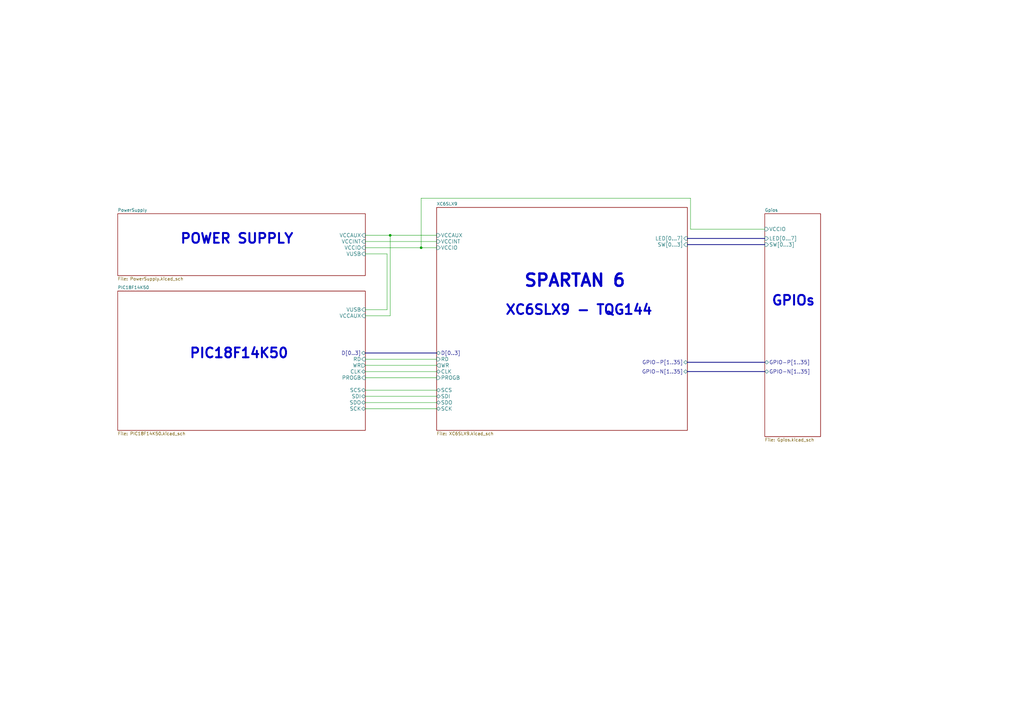
<source format=kicad_sch>
(kicad_sch (version 20211123) (generator eeschema)
  (paper "A3")
  (title_block (title "MIMAS SPARTAN 6 FPGA MODULE") (date "3 dec 2013") (company "Numato Lab") (comment 1 "http://www.numato.com") (comment 2 "License : CC BY-SA"))
  (lib_symbols)
  (junction (at 172.72 101.6))
  (junction (at 160.02 96.52))
  (wire (pts (xy 283.21 81.28) (xy 172.72 81.28)))
  (wire (pts (xy 149.86 162.56) (xy 179.07 162.56)))
  (bus (pts (xy 149.86 144.78) (xy 179.07 144.78)))
  (wire (pts (xy 172.72 101.6) (xy 149.86 101.6)))
  (wire (pts (xy 149.86 129.54) (xy 160.02 129.54)))
  (wire (pts (xy 149.86 96.52) (xy 160.02 96.52)))
  (wire (pts (xy 149.86 160.02) (xy 179.07 160.02)))
  (bus (pts (xy 313.69 148.59) (xy 281.94 148.59)))
  (wire (pts (xy 149.86 127) (xy 158.75 127)))
  (wire (pts (xy 160.02 96.52) (xy 179.07 96.52)))
  (bus (pts (xy 281.94 152.4) (xy 313.69 152.4)))
  (wire (pts (xy 172.72 81.28) (xy 172.72 101.6)))
  (wire (pts (xy 283.21 93.98) (xy 283.21 81.28)))
  (bus (pts (xy 281.94 97.79) (xy 313.69 97.79)))
  (wire (pts (xy 158.75 104.14) (xy 149.86 104.14)))
  (wire (pts (xy 149.86 149.86) (xy 179.07 149.86)))
  (wire (pts (xy 160.02 129.54) (xy 160.02 96.52)))
  (wire (pts (xy 149.86 165.1) (xy 179.07 165.1)))
  (wire (pts (xy 313.69 93.98) (xy 283.21 93.98)))
  (wire (pts (xy 158.75 127) (xy 158.75 104.14)))
  (bus (pts (xy 313.69 100.33) (xy 281.94 100.33)))
  (wire (pts (xy 149.86 147.32) (xy 179.07 147.32)))
  (wire (pts (xy 149.86 154.94) (xy 179.07 154.94)))
  (wire (pts (xy 149.86 167.64) (xy 179.07 167.64)))
  (wire (pts (xy 179.07 101.6) (xy 172.72 101.6)))
  (wire (pts (xy 149.86 152.4) (xy 179.07 152.4)))
  (wire (pts (xy 149.86 99.06) (xy 179.07 99.06)))
  (text "POWER SUPPLY" (at 73.66 100.33 0) (effects (font (size 3.9878 3.9878) (thickness 0.7976) bold) (justify left bottom)))
  (text "XC6SLX9 - TQG144" (at 207.01 129.54 0) (effects (font (size 3.9878 3.9878) (thickness 0.7976) bold) (justify left bottom)))
  (text "PIC18F14K50" (at 77.47 147.32 0) (effects (font (size 3.9878 3.9878) (thickness 0.7976) bold) (justify left bottom)))
  (text "GPIOs" (at 316.23 125.73 0) (effects (font (size 3.9878 3.9878) (thickness 0.7976) bold) (justify left bottom)))
  (text "SPARTAN 6" (at 214.63 118.11 0) (effects (font (size 5.0038 5.0038) (thickness 1.0008) bold) (justify left bottom)))
  (sheet (at 48.26 87.63) (size 101.6 25.4)
    (property "Sheet name" "PowerSupply" (at 48.26 86.9184 0) (effects (justify left bottom)))
    (property "Sheet file" "PowerSupply.kicad_sch" (at 48.26 113.6146 0) (effects (justify left top)))
    (pin "VCCAUX" input (at 149.86 96.52 0) (effects (font (size 1.524 1.524))))
    (pin "VCCINT" input (at 149.86 99.06 0) (effects (font (size 1.524 1.524))))
    (pin "VCCIO" input (at 149.86 101.6 0) (effects (font (size 1.524 1.524))))
    (pin "VUSB" input (at 149.86 104.14 0) (effects (font (size 1.524 1.524))))
  )
  (sheet (at 179.07 85.09) (size 102.87 91.44)
    (property "Sheet name" "XC6SLX9" (at 179.07 84.3784 0) (effects (justify left bottom)))
    (property "Sheet file" "XC6SLX9.kicad_sch" (at 179.07 177.1146 0) (effects (justify left top)))
    (pin "PROGB" input (at 179.07 154.94 180) (effects (font (size 1.524 1.524))))
    (pin "VCCAUX" input (at 179.07 96.52 180) (effects (font (size 1.524 1.524))))
    (pin "VCCINT" input (at 179.07 99.06 180) (effects (font (size 1.524 1.524))))
    (pin "VCCIO" input (at 179.07 101.6 180) (effects (font (size 1.524 1.524))))
    (pin "SCS" bidirectional (at 179.07 160.02 180) (effects (font (size 1.524 1.524))))
    (pin "LED[0...7]" input (at 281.94 97.79 0) (effects (font (size 1.524 1.524))))
    (pin "SW[0...3]" input (at 281.94 100.33 0) (effects (font (size 1.524 1.524))))
    (pin "SCK" bidirectional (at 179.07 167.64 180) (effects (font (size 1.524 1.524))))
    (pin "SDO" bidirectional (at 179.07 165.1 180) (effects (font (size 1.524 1.524))))
    (pin "SDI" bidirectional (at 179.07 162.56 180) (effects (font (size 1.524 1.524))))
    (pin "GPIO-P[1..35]" bidirectional (at 281.94 148.59 0) (effects (font (size 1.524 1.524))))
    (pin "GPIO-N[1..35]" bidirectional (at 281.94 152.4 0) (effects (font (size 1.524 1.524))))
    (pin "D[0..3]" bidirectional (at 179.07 144.78 180) (effects (font (size 1.524 1.524))))
    (pin "WR" output (at 179.07 149.86 180) (effects (font (size 1.524 1.524))))
    (pin "RD" input (at 179.07 147.32 180) (effects (font (size 1.524 1.524))))
    (pin "CLK" bidirectional (at 179.07 152.4 180) (effects (font (size 1.524 1.524))))
  )
  (sheet (at 48.26 119.38) (size 101.6 57.15)
    (property "Sheet name" "PIC18F14K50" (at 48.26 118.6684 0) (effects (justify left bottom)))
    (property "Sheet file" "PIC18F14K50.kicad_sch" (at 48.26 177.1146 0) (effects (justify left top)))
    (pin "PROGB" input (at 149.86 154.94 0) (effects (font (size 1.524 1.524))))
    (pin "SCS" bidirectional (at 149.86 160.02 0) (effects (font (size 1.524 1.524))))
    (pin "VUSB" input (at 149.86 127 0) (effects (font (size 1.524 1.524))))
    (pin "VCCAUX" input (at 149.86 129.54 0) (effects (font (size 1.524 1.524))))
    (pin "SDI" bidirectional (at 149.86 162.56 0) (effects (font (size 1.524 1.524))))
    (pin "SCK" bidirectional (at 149.86 167.64 0) (effects (font (size 1.524 1.524))))
    (pin "SDO" bidirectional (at 149.86 165.1 0) (effects (font (size 1.524 1.524))))
    (pin "D[0..3]" bidirectional (at 149.86 144.78 0) (effects (font (size 1.524 1.524))))
    (pin "RD" input (at 149.86 147.32 0) (effects (font (size 1.524 1.524))))
    (pin "WR" output (at 149.86 149.86 0) (effects (font (size 1.524 1.524))))
    (pin "CLK" bidirectional (at 149.86 152.4 0) (effects (font (size 1.524 1.524))))
  )
  (sheet (at 313.69 87.63) (size 22.86 91.44)
    (property "Sheet name" "Gpios" (at 313.69 86.9184 0) (effects (justify left bottom)))
    (property "Sheet file" "Gpios.kicad_sch" (at 313.69 179.6546 0) (effects (justify left top)))
    (pin "VCCIO" input (at 313.69 93.98 180) (effects (font (size 1.524 1.524))))
    (pin "SW[0...3]" input (at 313.69 100.33 180) (effects (font (size 1.524 1.524))))
    (pin "LED[0...7]" input (at 313.69 97.79 180) (effects (font (size 1.524 1.524))))
    (pin "GPIO-P[1..35]" bidirectional (at 313.69 148.59 180) (effects (font (size 1.524 1.524))))
    (pin "GPIO-N[1..35]" bidirectional (at 313.69 152.4 180) (effects (font (size 1.524 1.524))))
  )
)
</source>
